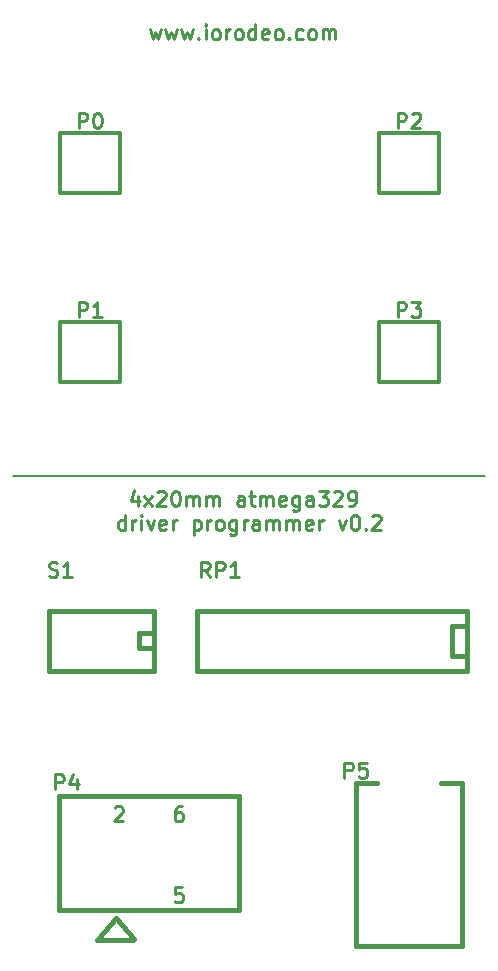
<source format=gto>
G04 (created by PCBNEW (2013-mar-13)-testing) date Wed 23 Jul 2014 10:48:42 AM PDT*
%MOIN*%
G04 Gerber Fmt 3.4, Leading zero omitted, Abs format*
%FSLAX34Y34*%
G01*
G70*
G90*
G04 APERTURE LIST*
%ADD10C,0.005906*%
%ADD11C,0.010000*%
%ADD12C,0.007874*%
%ADD13C,0.012000*%
%ADD14C,0.015000*%
G04 APERTURE END LIST*
G54D10*
G54D11*
X24243Y-20562D02*
X24338Y-20895D01*
X24433Y-20657D01*
X24528Y-20895D01*
X24624Y-20562D01*
X24766Y-20562D02*
X24862Y-20895D01*
X24957Y-20657D01*
X25052Y-20895D01*
X25147Y-20562D01*
X25290Y-20562D02*
X25386Y-20895D01*
X25481Y-20657D01*
X25576Y-20895D01*
X25671Y-20562D01*
X25862Y-20847D02*
X25886Y-20871D01*
X25862Y-20895D01*
X25838Y-20871D01*
X25862Y-20847D01*
X25862Y-20895D01*
X26100Y-20895D02*
X26100Y-20562D01*
X26100Y-20395D02*
X26076Y-20419D01*
X26100Y-20443D01*
X26124Y-20419D01*
X26100Y-20395D01*
X26100Y-20443D01*
X26409Y-20895D02*
X26362Y-20871D01*
X26338Y-20847D01*
X26314Y-20800D01*
X26314Y-20657D01*
X26338Y-20609D01*
X26362Y-20585D01*
X26409Y-20562D01*
X26481Y-20562D01*
X26528Y-20585D01*
X26552Y-20609D01*
X26576Y-20657D01*
X26576Y-20800D01*
X26552Y-20847D01*
X26528Y-20871D01*
X26481Y-20895D01*
X26409Y-20895D01*
X26790Y-20895D02*
X26790Y-20562D01*
X26790Y-20657D02*
X26814Y-20609D01*
X26838Y-20585D01*
X26886Y-20562D01*
X26933Y-20562D01*
X27171Y-20895D02*
X27124Y-20871D01*
X27100Y-20847D01*
X27076Y-20800D01*
X27076Y-20657D01*
X27100Y-20609D01*
X27124Y-20585D01*
X27171Y-20562D01*
X27243Y-20562D01*
X27290Y-20585D01*
X27314Y-20609D01*
X27338Y-20657D01*
X27338Y-20800D01*
X27314Y-20847D01*
X27290Y-20871D01*
X27243Y-20895D01*
X27171Y-20895D01*
X27766Y-20895D02*
X27766Y-20395D01*
X27766Y-20871D02*
X27719Y-20895D01*
X27624Y-20895D01*
X27576Y-20871D01*
X27552Y-20847D01*
X27528Y-20800D01*
X27528Y-20657D01*
X27552Y-20609D01*
X27576Y-20585D01*
X27624Y-20562D01*
X27719Y-20562D01*
X27766Y-20585D01*
X28195Y-20871D02*
X28147Y-20895D01*
X28052Y-20895D01*
X28005Y-20871D01*
X27981Y-20824D01*
X27981Y-20633D01*
X28005Y-20585D01*
X28052Y-20562D01*
X28147Y-20562D01*
X28195Y-20585D01*
X28219Y-20633D01*
X28219Y-20681D01*
X27981Y-20728D01*
X28505Y-20895D02*
X28457Y-20871D01*
X28433Y-20847D01*
X28409Y-20800D01*
X28409Y-20657D01*
X28433Y-20609D01*
X28457Y-20585D01*
X28505Y-20562D01*
X28576Y-20562D01*
X28624Y-20585D01*
X28647Y-20609D01*
X28671Y-20657D01*
X28671Y-20800D01*
X28647Y-20847D01*
X28624Y-20871D01*
X28576Y-20895D01*
X28505Y-20895D01*
X28886Y-20847D02*
X28909Y-20871D01*
X28886Y-20895D01*
X28862Y-20871D01*
X28886Y-20847D01*
X28886Y-20895D01*
X29338Y-20871D02*
X29290Y-20895D01*
X29195Y-20895D01*
X29147Y-20871D01*
X29124Y-20847D01*
X29100Y-20800D01*
X29100Y-20657D01*
X29124Y-20609D01*
X29147Y-20585D01*
X29195Y-20562D01*
X29290Y-20562D01*
X29338Y-20585D01*
X29624Y-20895D02*
X29576Y-20871D01*
X29552Y-20847D01*
X29528Y-20800D01*
X29528Y-20657D01*
X29552Y-20609D01*
X29576Y-20585D01*
X29624Y-20562D01*
X29695Y-20562D01*
X29743Y-20585D01*
X29766Y-20609D01*
X29790Y-20657D01*
X29790Y-20800D01*
X29766Y-20847D01*
X29743Y-20871D01*
X29695Y-20895D01*
X29624Y-20895D01*
X30005Y-20895D02*
X30005Y-20562D01*
X30005Y-20609D02*
X30028Y-20585D01*
X30076Y-20562D01*
X30147Y-20562D01*
X30195Y-20585D01*
X30219Y-20633D01*
X30219Y-20895D01*
X30219Y-20633D02*
X30243Y-20585D01*
X30290Y-20562D01*
X30362Y-20562D01*
X30409Y-20585D01*
X30433Y-20633D01*
X30433Y-20895D01*
X23844Y-36113D02*
X23844Y-36446D01*
X23725Y-35922D02*
X23606Y-36279D01*
X23916Y-36279D01*
X24059Y-36446D02*
X24320Y-36113D01*
X24059Y-36113D02*
X24320Y-36446D01*
X24487Y-35994D02*
X24511Y-35970D01*
X24559Y-35946D01*
X24678Y-35946D01*
X24725Y-35970D01*
X24749Y-35994D01*
X24773Y-36041D01*
X24773Y-36089D01*
X24749Y-36160D01*
X24463Y-36446D01*
X24773Y-36446D01*
X25082Y-35946D02*
X25130Y-35946D01*
X25178Y-35970D01*
X25201Y-35994D01*
X25225Y-36041D01*
X25249Y-36137D01*
X25249Y-36256D01*
X25225Y-36351D01*
X25201Y-36399D01*
X25178Y-36422D01*
X25130Y-36446D01*
X25082Y-36446D01*
X25035Y-36422D01*
X25011Y-36399D01*
X24987Y-36351D01*
X24963Y-36256D01*
X24963Y-36137D01*
X24987Y-36041D01*
X25011Y-35994D01*
X25035Y-35970D01*
X25082Y-35946D01*
X25463Y-36446D02*
X25463Y-36113D01*
X25463Y-36160D02*
X25487Y-36137D01*
X25535Y-36113D01*
X25606Y-36113D01*
X25654Y-36137D01*
X25678Y-36184D01*
X25678Y-36446D01*
X25678Y-36184D02*
X25701Y-36137D01*
X25749Y-36113D01*
X25820Y-36113D01*
X25868Y-36137D01*
X25892Y-36184D01*
X25892Y-36446D01*
X26130Y-36446D02*
X26130Y-36113D01*
X26130Y-36160D02*
X26154Y-36137D01*
X26201Y-36113D01*
X26273Y-36113D01*
X26320Y-36137D01*
X26344Y-36184D01*
X26344Y-36446D01*
X26344Y-36184D02*
X26368Y-36137D01*
X26416Y-36113D01*
X26487Y-36113D01*
X26535Y-36137D01*
X26559Y-36184D01*
X26559Y-36446D01*
X27392Y-36446D02*
X27392Y-36184D01*
X27368Y-36137D01*
X27320Y-36113D01*
X27225Y-36113D01*
X27178Y-36137D01*
X27392Y-36422D02*
X27344Y-36446D01*
X27225Y-36446D01*
X27178Y-36422D01*
X27154Y-36375D01*
X27154Y-36327D01*
X27178Y-36279D01*
X27225Y-36256D01*
X27344Y-36256D01*
X27392Y-36232D01*
X27559Y-36113D02*
X27749Y-36113D01*
X27630Y-35946D02*
X27630Y-36375D01*
X27654Y-36422D01*
X27701Y-36446D01*
X27749Y-36446D01*
X27916Y-36446D02*
X27916Y-36113D01*
X27916Y-36160D02*
X27940Y-36137D01*
X27987Y-36113D01*
X28059Y-36113D01*
X28106Y-36137D01*
X28130Y-36184D01*
X28130Y-36446D01*
X28130Y-36184D02*
X28154Y-36137D01*
X28201Y-36113D01*
X28273Y-36113D01*
X28320Y-36137D01*
X28344Y-36184D01*
X28344Y-36446D01*
X28773Y-36422D02*
X28725Y-36446D01*
X28630Y-36446D01*
X28582Y-36422D01*
X28559Y-36375D01*
X28559Y-36184D01*
X28582Y-36137D01*
X28630Y-36113D01*
X28725Y-36113D01*
X28773Y-36137D01*
X28797Y-36184D01*
X28797Y-36232D01*
X28559Y-36279D01*
X29225Y-36113D02*
X29225Y-36518D01*
X29201Y-36565D01*
X29178Y-36589D01*
X29130Y-36613D01*
X29059Y-36613D01*
X29011Y-36589D01*
X29225Y-36422D02*
X29178Y-36446D01*
X29082Y-36446D01*
X29035Y-36422D01*
X29011Y-36399D01*
X28987Y-36351D01*
X28987Y-36208D01*
X29011Y-36160D01*
X29035Y-36137D01*
X29082Y-36113D01*
X29178Y-36113D01*
X29225Y-36137D01*
X29678Y-36446D02*
X29678Y-36184D01*
X29654Y-36137D01*
X29606Y-36113D01*
X29511Y-36113D01*
X29463Y-36137D01*
X29678Y-36422D02*
X29630Y-36446D01*
X29511Y-36446D01*
X29463Y-36422D01*
X29440Y-36375D01*
X29440Y-36327D01*
X29463Y-36279D01*
X29511Y-36256D01*
X29630Y-36256D01*
X29678Y-36232D01*
X29868Y-35946D02*
X30178Y-35946D01*
X30011Y-36137D01*
X30082Y-36137D01*
X30130Y-36160D01*
X30154Y-36184D01*
X30178Y-36232D01*
X30178Y-36351D01*
X30154Y-36399D01*
X30130Y-36422D01*
X30082Y-36446D01*
X29940Y-36446D01*
X29892Y-36422D01*
X29868Y-36399D01*
X30368Y-35994D02*
X30392Y-35970D01*
X30440Y-35946D01*
X30559Y-35946D01*
X30606Y-35970D01*
X30630Y-35994D01*
X30654Y-36041D01*
X30654Y-36089D01*
X30630Y-36160D01*
X30344Y-36446D01*
X30654Y-36446D01*
X30892Y-36446D02*
X30987Y-36446D01*
X31035Y-36422D01*
X31059Y-36399D01*
X31106Y-36327D01*
X31130Y-36232D01*
X31130Y-36041D01*
X31106Y-35994D01*
X31082Y-35970D01*
X31035Y-35946D01*
X30940Y-35946D01*
X30892Y-35970D01*
X30868Y-35994D01*
X30844Y-36041D01*
X30844Y-36160D01*
X30868Y-36208D01*
X30892Y-36232D01*
X30940Y-36256D01*
X31035Y-36256D01*
X31082Y-36232D01*
X31106Y-36208D01*
X31130Y-36160D01*
X23416Y-37246D02*
X23416Y-36746D01*
X23416Y-37222D02*
X23368Y-37246D01*
X23273Y-37246D01*
X23225Y-37222D01*
X23201Y-37199D01*
X23178Y-37151D01*
X23178Y-37008D01*
X23201Y-36960D01*
X23225Y-36937D01*
X23273Y-36913D01*
X23368Y-36913D01*
X23416Y-36937D01*
X23654Y-37246D02*
X23654Y-36913D01*
X23654Y-37008D02*
X23678Y-36960D01*
X23701Y-36937D01*
X23749Y-36913D01*
X23797Y-36913D01*
X23963Y-37246D02*
X23963Y-36913D01*
X23963Y-36746D02*
X23940Y-36770D01*
X23963Y-36794D01*
X23987Y-36770D01*
X23963Y-36746D01*
X23963Y-36794D01*
X24154Y-36913D02*
X24273Y-37246D01*
X24392Y-36913D01*
X24773Y-37222D02*
X24725Y-37246D01*
X24630Y-37246D01*
X24582Y-37222D01*
X24559Y-37175D01*
X24559Y-36984D01*
X24582Y-36937D01*
X24630Y-36913D01*
X24725Y-36913D01*
X24773Y-36937D01*
X24797Y-36984D01*
X24797Y-37032D01*
X24559Y-37079D01*
X25011Y-37246D02*
X25011Y-36913D01*
X25011Y-37008D02*
X25035Y-36960D01*
X25059Y-36937D01*
X25106Y-36913D01*
X25154Y-36913D01*
X25701Y-36913D02*
X25701Y-37413D01*
X25701Y-36937D02*
X25749Y-36913D01*
X25844Y-36913D01*
X25892Y-36937D01*
X25916Y-36960D01*
X25940Y-37008D01*
X25940Y-37151D01*
X25916Y-37199D01*
X25892Y-37222D01*
X25844Y-37246D01*
X25749Y-37246D01*
X25701Y-37222D01*
X26154Y-37246D02*
X26154Y-36913D01*
X26154Y-37008D02*
X26178Y-36960D01*
X26201Y-36937D01*
X26249Y-36913D01*
X26297Y-36913D01*
X26535Y-37246D02*
X26487Y-37222D01*
X26463Y-37199D01*
X26440Y-37151D01*
X26440Y-37008D01*
X26463Y-36960D01*
X26487Y-36937D01*
X26535Y-36913D01*
X26606Y-36913D01*
X26654Y-36937D01*
X26678Y-36960D01*
X26701Y-37008D01*
X26701Y-37151D01*
X26678Y-37199D01*
X26654Y-37222D01*
X26606Y-37246D01*
X26535Y-37246D01*
X27130Y-36913D02*
X27130Y-37318D01*
X27106Y-37365D01*
X27082Y-37389D01*
X27035Y-37413D01*
X26963Y-37413D01*
X26916Y-37389D01*
X27130Y-37222D02*
X27082Y-37246D01*
X26987Y-37246D01*
X26940Y-37222D01*
X26916Y-37199D01*
X26892Y-37151D01*
X26892Y-37008D01*
X26916Y-36960D01*
X26940Y-36937D01*
X26987Y-36913D01*
X27082Y-36913D01*
X27130Y-36937D01*
X27368Y-37246D02*
X27368Y-36913D01*
X27368Y-37008D02*
X27392Y-36960D01*
X27416Y-36937D01*
X27463Y-36913D01*
X27511Y-36913D01*
X27892Y-37246D02*
X27892Y-36984D01*
X27868Y-36937D01*
X27820Y-36913D01*
X27725Y-36913D01*
X27678Y-36937D01*
X27892Y-37222D02*
X27844Y-37246D01*
X27725Y-37246D01*
X27678Y-37222D01*
X27654Y-37175D01*
X27654Y-37127D01*
X27678Y-37079D01*
X27725Y-37056D01*
X27844Y-37056D01*
X27892Y-37032D01*
X28130Y-37246D02*
X28130Y-36913D01*
X28130Y-36960D02*
X28154Y-36937D01*
X28201Y-36913D01*
X28273Y-36913D01*
X28320Y-36937D01*
X28344Y-36984D01*
X28344Y-37246D01*
X28344Y-36984D02*
X28368Y-36937D01*
X28416Y-36913D01*
X28487Y-36913D01*
X28535Y-36937D01*
X28559Y-36984D01*
X28559Y-37246D01*
X28797Y-37246D02*
X28797Y-36913D01*
X28797Y-36960D02*
X28820Y-36937D01*
X28868Y-36913D01*
X28940Y-36913D01*
X28987Y-36937D01*
X29011Y-36984D01*
X29011Y-37246D01*
X29011Y-36984D02*
X29035Y-36937D01*
X29082Y-36913D01*
X29154Y-36913D01*
X29201Y-36937D01*
X29225Y-36984D01*
X29225Y-37246D01*
X29654Y-37222D02*
X29606Y-37246D01*
X29511Y-37246D01*
X29463Y-37222D01*
X29440Y-37175D01*
X29440Y-36984D01*
X29463Y-36937D01*
X29511Y-36913D01*
X29606Y-36913D01*
X29654Y-36937D01*
X29678Y-36984D01*
X29678Y-37032D01*
X29440Y-37079D01*
X29892Y-37246D02*
X29892Y-36913D01*
X29892Y-37008D02*
X29916Y-36960D01*
X29940Y-36937D01*
X29987Y-36913D01*
X30035Y-36913D01*
X30535Y-36913D02*
X30654Y-37246D01*
X30773Y-36913D01*
X31059Y-36746D02*
X31106Y-36746D01*
X31154Y-36770D01*
X31178Y-36794D01*
X31201Y-36841D01*
X31225Y-36937D01*
X31225Y-37056D01*
X31201Y-37151D01*
X31178Y-37199D01*
X31154Y-37222D01*
X31106Y-37246D01*
X31059Y-37246D01*
X31011Y-37222D01*
X30987Y-37199D01*
X30963Y-37151D01*
X30940Y-37056D01*
X30940Y-36937D01*
X30963Y-36841D01*
X30987Y-36794D01*
X31011Y-36770D01*
X31059Y-36746D01*
X31440Y-37199D02*
X31463Y-37222D01*
X31440Y-37246D01*
X31416Y-37222D01*
X31440Y-37199D01*
X31440Y-37246D01*
X31654Y-36794D02*
X31678Y-36770D01*
X31725Y-36746D01*
X31844Y-36746D01*
X31892Y-36770D01*
X31916Y-36794D01*
X31940Y-36841D01*
X31940Y-36889D01*
X31916Y-36960D01*
X31630Y-37246D01*
X31940Y-37246D01*
G54D12*
X19685Y-35433D02*
X35433Y-35433D01*
G54D13*
X23244Y-24000D02*
X23244Y-26000D01*
X23244Y-26000D02*
X21244Y-26000D01*
X21244Y-26000D02*
X21244Y-24000D01*
X21244Y-24000D02*
X23244Y-24000D01*
X23244Y-30299D02*
X23244Y-32299D01*
X23244Y-32299D02*
X21244Y-32299D01*
X21244Y-32299D02*
X21244Y-30299D01*
X21244Y-30299D02*
X23244Y-30299D01*
X33874Y-24000D02*
X33874Y-26000D01*
X33874Y-26000D02*
X31874Y-26000D01*
X31874Y-26000D02*
X31874Y-24000D01*
X31874Y-24000D02*
X33874Y-24000D01*
X33874Y-30299D02*
X33874Y-32299D01*
X33874Y-32299D02*
X31874Y-32299D01*
X31874Y-32299D02*
X31874Y-30299D01*
X31874Y-30299D02*
X33874Y-30299D01*
G54D14*
X21212Y-49931D02*
X27212Y-49931D01*
X21212Y-46131D02*
X27212Y-46131D01*
X27212Y-46131D02*
X27212Y-49931D01*
X21212Y-49931D02*
X21212Y-46131D01*
X22495Y-50905D02*
X23677Y-50905D01*
X23100Y-50192D02*
X22500Y-50892D01*
X23700Y-50891D02*
X23100Y-50191D01*
X33937Y-45669D02*
X34646Y-45669D01*
X34646Y-45669D02*
X34646Y-51102D01*
X34646Y-51102D02*
X31142Y-51102D01*
X31142Y-51102D02*
X31102Y-51102D01*
X31102Y-51102D02*
X31102Y-45669D01*
X31102Y-45669D02*
X31811Y-45669D01*
X24387Y-41944D02*
X20887Y-41944D01*
X20887Y-41944D02*
X20887Y-39944D01*
X20887Y-39944D02*
X24387Y-39944D01*
X24387Y-39944D02*
X24387Y-41944D01*
X24387Y-41194D02*
X23887Y-41194D01*
X23887Y-41194D02*
X23887Y-40694D01*
X23887Y-40694D02*
X24387Y-40694D01*
X34814Y-41444D02*
X34814Y-41444D01*
X34814Y-41444D02*
X34314Y-41444D01*
X34314Y-41444D02*
X34314Y-40444D01*
X34314Y-40444D02*
X34814Y-40444D01*
X34814Y-41944D02*
X25814Y-41944D01*
X25814Y-41944D02*
X25814Y-39944D01*
X25814Y-39944D02*
X34814Y-39944D01*
X34814Y-39944D02*
X34814Y-41944D01*
G54D11*
X21875Y-23848D02*
X21875Y-23348D01*
X22065Y-23348D01*
X22113Y-23372D01*
X22136Y-23395D01*
X22160Y-23443D01*
X22160Y-23514D01*
X22136Y-23562D01*
X22113Y-23586D01*
X22065Y-23610D01*
X21875Y-23610D01*
X22470Y-23348D02*
X22517Y-23348D01*
X22565Y-23372D01*
X22589Y-23395D01*
X22613Y-23443D01*
X22636Y-23538D01*
X22636Y-23657D01*
X22613Y-23752D01*
X22589Y-23800D01*
X22565Y-23824D01*
X22517Y-23848D01*
X22470Y-23848D01*
X22422Y-23824D01*
X22398Y-23800D01*
X22375Y-23752D01*
X22351Y-23657D01*
X22351Y-23538D01*
X22375Y-23443D01*
X22398Y-23395D01*
X22422Y-23372D01*
X22470Y-23348D01*
X21875Y-30147D02*
X21875Y-29647D01*
X22065Y-29647D01*
X22113Y-29671D01*
X22136Y-29695D01*
X22160Y-29742D01*
X22160Y-29814D01*
X22136Y-29861D01*
X22113Y-29885D01*
X22065Y-29909D01*
X21875Y-29909D01*
X22636Y-30147D02*
X22351Y-30147D01*
X22494Y-30147D02*
X22494Y-29647D01*
X22446Y-29718D01*
X22398Y-29766D01*
X22351Y-29790D01*
X32504Y-23848D02*
X32504Y-23348D01*
X32695Y-23348D01*
X32743Y-23372D01*
X32766Y-23395D01*
X32790Y-23443D01*
X32790Y-23514D01*
X32766Y-23562D01*
X32743Y-23586D01*
X32695Y-23610D01*
X32504Y-23610D01*
X32981Y-23395D02*
X33004Y-23372D01*
X33052Y-23348D01*
X33171Y-23348D01*
X33219Y-23372D01*
X33243Y-23395D01*
X33266Y-23443D01*
X33266Y-23491D01*
X33243Y-23562D01*
X32957Y-23848D01*
X33266Y-23848D01*
X32504Y-30147D02*
X32504Y-29647D01*
X32695Y-29647D01*
X32743Y-29671D01*
X32766Y-29695D01*
X32790Y-29742D01*
X32790Y-29814D01*
X32766Y-29861D01*
X32743Y-29885D01*
X32695Y-29909D01*
X32504Y-29909D01*
X32957Y-29647D02*
X33266Y-29647D01*
X33100Y-29837D01*
X33171Y-29837D01*
X33219Y-29861D01*
X33243Y-29885D01*
X33266Y-29933D01*
X33266Y-30052D01*
X33243Y-30099D01*
X33219Y-30123D01*
X33171Y-30147D01*
X33028Y-30147D01*
X32981Y-30123D01*
X32957Y-30099D01*
X21087Y-45895D02*
X21087Y-45395D01*
X21278Y-45395D01*
X21325Y-45419D01*
X21349Y-45443D01*
X21373Y-45490D01*
X21373Y-45562D01*
X21349Y-45609D01*
X21325Y-45633D01*
X21278Y-45657D01*
X21087Y-45657D01*
X21801Y-45562D02*
X21801Y-45895D01*
X21682Y-45371D02*
X21563Y-45728D01*
X21873Y-45728D01*
X25331Y-49157D02*
X25093Y-49157D01*
X25069Y-49395D01*
X25093Y-49371D01*
X25141Y-49348D01*
X25260Y-49348D01*
X25307Y-49371D01*
X25331Y-49395D01*
X25355Y-49443D01*
X25355Y-49562D01*
X25331Y-49610D01*
X25307Y-49633D01*
X25260Y-49657D01*
X25141Y-49657D01*
X25093Y-49633D01*
X25069Y-49610D01*
X25307Y-46457D02*
X25212Y-46457D01*
X25164Y-46481D01*
X25141Y-46505D01*
X25093Y-46576D01*
X25069Y-46671D01*
X25069Y-46862D01*
X25093Y-46910D01*
X25117Y-46933D01*
X25164Y-46957D01*
X25260Y-46957D01*
X25307Y-46933D01*
X25331Y-46910D01*
X25355Y-46862D01*
X25355Y-46743D01*
X25331Y-46695D01*
X25307Y-46671D01*
X25260Y-46648D01*
X25164Y-46648D01*
X25117Y-46671D01*
X25093Y-46695D01*
X25069Y-46743D01*
X23069Y-46505D02*
X23093Y-46481D01*
X23141Y-46457D01*
X23260Y-46457D01*
X23307Y-46481D01*
X23331Y-46505D01*
X23355Y-46552D01*
X23355Y-46600D01*
X23331Y-46671D01*
X23045Y-46957D01*
X23355Y-46957D01*
X30733Y-45501D02*
X30733Y-45001D01*
X30923Y-45001D01*
X30971Y-45025D01*
X30995Y-45049D01*
X31019Y-45097D01*
X31019Y-45168D01*
X30995Y-45216D01*
X30971Y-45239D01*
X30923Y-45263D01*
X30733Y-45263D01*
X31471Y-45001D02*
X31233Y-45001D01*
X31209Y-45239D01*
X31233Y-45216D01*
X31280Y-45192D01*
X31399Y-45192D01*
X31447Y-45216D01*
X31471Y-45239D01*
X31495Y-45287D01*
X31495Y-45406D01*
X31471Y-45454D01*
X31447Y-45477D01*
X31399Y-45501D01*
X31280Y-45501D01*
X31233Y-45477D01*
X31209Y-45454D01*
X20878Y-38785D02*
X20950Y-38808D01*
X21069Y-38808D01*
X21116Y-38785D01*
X21140Y-38761D01*
X21164Y-38713D01*
X21164Y-38666D01*
X21140Y-38618D01*
X21116Y-38594D01*
X21069Y-38570D01*
X20974Y-38546D01*
X20926Y-38523D01*
X20902Y-38499D01*
X20878Y-38451D01*
X20878Y-38404D01*
X20902Y-38356D01*
X20926Y-38332D01*
X20974Y-38308D01*
X21093Y-38308D01*
X21164Y-38332D01*
X21640Y-38808D02*
X21355Y-38808D01*
X21497Y-38808D02*
X21497Y-38308D01*
X21450Y-38380D01*
X21402Y-38427D01*
X21355Y-38451D01*
X26241Y-38808D02*
X26074Y-38570D01*
X25955Y-38808D02*
X25955Y-38308D01*
X26146Y-38308D01*
X26193Y-38332D01*
X26217Y-38356D01*
X26241Y-38404D01*
X26241Y-38475D01*
X26217Y-38523D01*
X26193Y-38546D01*
X26146Y-38570D01*
X25955Y-38570D01*
X26455Y-38808D02*
X26455Y-38308D01*
X26646Y-38308D01*
X26693Y-38332D01*
X26717Y-38356D01*
X26741Y-38404D01*
X26741Y-38475D01*
X26717Y-38523D01*
X26693Y-38546D01*
X26646Y-38570D01*
X26455Y-38570D01*
X27217Y-38808D02*
X26931Y-38808D01*
X27074Y-38808D02*
X27074Y-38308D01*
X27027Y-38380D01*
X26979Y-38427D01*
X26931Y-38451D01*
M02*

</source>
